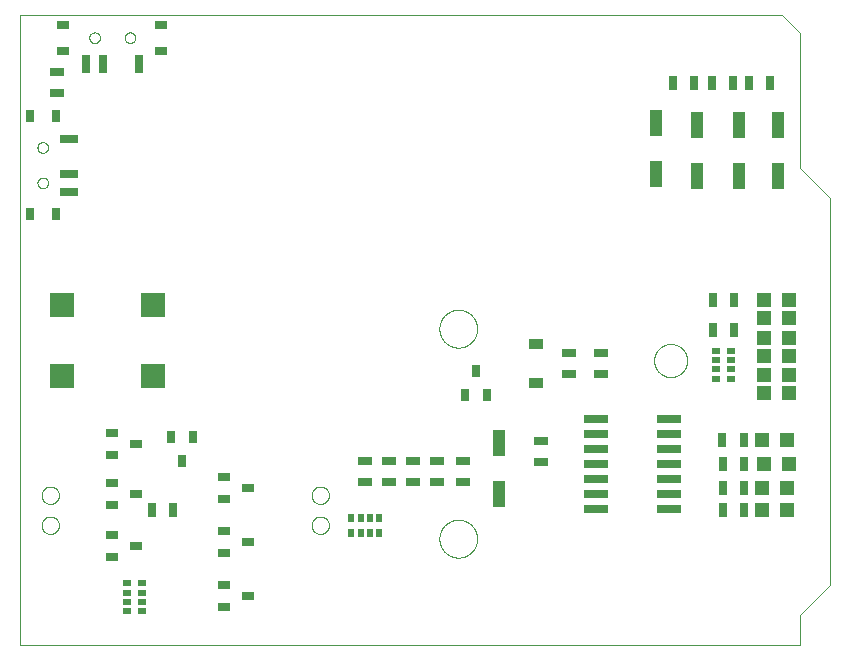
<source format=gtp>
G75*
%MOIN*%
%OFA0B0*%
%FSLAX25Y25*%
%IPPOS*%
%LPD*%
%AMOC8*
5,1,8,0,0,1.08239X$1,22.5*
%
%ADD10C,0.00004*%
%ADD11R,0.03150X0.04724*%
%ADD12R,0.04724X0.03150*%
%ADD13R,0.04200X0.08600*%
%ADD14R,0.04724X0.04724*%
%ADD15R,0.03150X0.03937*%
%ADD16R,0.05906X0.02756*%
%ADD17C,0.00000*%
%ADD18R,0.04803X0.03583*%
%ADD19R,0.02500X0.04000*%
%ADD20R,0.08000X0.02600*%
%ADD21R,0.04000X0.02500*%
%ADD22R,0.07874X0.07874*%
%ADD23R,0.02559X0.01969*%
%ADD24R,0.01969X0.02559*%
%ADD25R,0.03937X0.03150*%
%ADD26R,0.02756X0.05906*%
D10*
X0016500Y0005000D02*
X0276500Y0005000D01*
X0276500Y0015000D01*
X0286500Y0025000D01*
X0286500Y0154000D01*
X0276500Y0164000D01*
X0276500Y0209000D01*
X0270500Y0215000D01*
X0016500Y0215000D01*
X0016500Y0005000D01*
D11*
X0060457Y0050000D03*
X0067543Y0050000D03*
X0250557Y0073500D03*
X0257643Y0073500D03*
X0257743Y0065500D03*
X0250657Y0065500D03*
X0250657Y0057500D03*
X0257743Y0057500D03*
X0257843Y0050000D03*
X0250757Y0050000D03*
X0247457Y0110000D03*
X0254543Y0110000D03*
X0254543Y0120000D03*
X0247457Y0120000D03*
X0246957Y0192500D03*
X0241043Y0192500D03*
X0233957Y0192500D03*
X0254043Y0192500D03*
X0259457Y0192500D03*
X0266543Y0192500D03*
D12*
X0210000Y0102543D03*
X0210000Y0095457D03*
X0199500Y0095457D03*
X0199500Y0102543D03*
X0190000Y0073043D03*
X0190000Y0065957D03*
X0164000Y0066543D03*
X0155500Y0066543D03*
X0155500Y0059457D03*
X0164000Y0059457D03*
X0147500Y0059457D03*
X0147500Y0066543D03*
X0139500Y0066543D03*
X0131500Y0066543D03*
X0131500Y0059457D03*
X0139500Y0059457D03*
X0028593Y0188959D03*
X0028593Y0196046D03*
D13*
X0176000Y0072500D03*
X0176000Y0055500D03*
X0228500Y0162000D03*
X0242000Y0161500D03*
X0256000Y0161500D03*
X0269000Y0161500D03*
X0269000Y0178500D03*
X0256000Y0178500D03*
X0242000Y0178500D03*
X0228500Y0179000D03*
D14*
X0264366Y0120000D03*
X0264366Y0114000D03*
X0272634Y0114000D03*
X0272634Y0120000D03*
X0272634Y0107500D03*
X0264366Y0107500D03*
X0264366Y0101500D03*
X0272634Y0101500D03*
X0272634Y0095000D03*
X0264366Y0095000D03*
X0264366Y0089000D03*
X0272634Y0089000D03*
X0272134Y0073500D03*
X0263866Y0073500D03*
X0264366Y0065500D03*
X0272634Y0065500D03*
X0272134Y0057500D03*
X0263866Y0057500D03*
X0263866Y0050000D03*
X0272134Y0050000D03*
D15*
X0028331Y0148661D03*
X0019669Y0148661D03*
X0019669Y0181339D03*
X0028331Y0181339D03*
D16*
X0032858Y0173858D03*
X0032858Y0162047D03*
X0032858Y0156142D03*
D17*
X0022228Y0159094D02*
X0022230Y0159178D01*
X0022236Y0159261D01*
X0022246Y0159344D01*
X0022260Y0159427D01*
X0022277Y0159509D01*
X0022299Y0159590D01*
X0022324Y0159669D01*
X0022353Y0159748D01*
X0022386Y0159825D01*
X0022422Y0159900D01*
X0022462Y0159974D01*
X0022505Y0160046D01*
X0022552Y0160115D01*
X0022602Y0160182D01*
X0022655Y0160247D01*
X0022711Y0160309D01*
X0022769Y0160369D01*
X0022831Y0160426D01*
X0022895Y0160479D01*
X0022962Y0160530D01*
X0023031Y0160577D01*
X0023102Y0160622D01*
X0023175Y0160662D01*
X0023250Y0160699D01*
X0023327Y0160733D01*
X0023405Y0160763D01*
X0023484Y0160789D01*
X0023565Y0160812D01*
X0023647Y0160830D01*
X0023729Y0160845D01*
X0023812Y0160856D01*
X0023895Y0160863D01*
X0023979Y0160866D01*
X0024063Y0160865D01*
X0024146Y0160860D01*
X0024230Y0160851D01*
X0024312Y0160838D01*
X0024394Y0160822D01*
X0024475Y0160801D01*
X0024556Y0160777D01*
X0024634Y0160749D01*
X0024712Y0160717D01*
X0024788Y0160681D01*
X0024862Y0160642D01*
X0024934Y0160600D01*
X0025004Y0160554D01*
X0025072Y0160505D01*
X0025137Y0160453D01*
X0025200Y0160398D01*
X0025260Y0160340D01*
X0025318Y0160279D01*
X0025372Y0160215D01*
X0025424Y0160149D01*
X0025472Y0160081D01*
X0025517Y0160010D01*
X0025558Y0159937D01*
X0025597Y0159863D01*
X0025631Y0159787D01*
X0025662Y0159709D01*
X0025689Y0159630D01*
X0025713Y0159549D01*
X0025732Y0159468D01*
X0025748Y0159386D01*
X0025760Y0159303D01*
X0025768Y0159219D01*
X0025772Y0159136D01*
X0025772Y0159052D01*
X0025768Y0158969D01*
X0025760Y0158885D01*
X0025748Y0158802D01*
X0025732Y0158720D01*
X0025713Y0158639D01*
X0025689Y0158558D01*
X0025662Y0158479D01*
X0025631Y0158401D01*
X0025597Y0158325D01*
X0025558Y0158251D01*
X0025517Y0158178D01*
X0025472Y0158107D01*
X0025424Y0158039D01*
X0025372Y0157973D01*
X0025318Y0157909D01*
X0025260Y0157848D01*
X0025200Y0157790D01*
X0025137Y0157735D01*
X0025072Y0157683D01*
X0025004Y0157634D01*
X0024934Y0157588D01*
X0024862Y0157546D01*
X0024788Y0157507D01*
X0024712Y0157471D01*
X0024634Y0157439D01*
X0024556Y0157411D01*
X0024475Y0157387D01*
X0024394Y0157366D01*
X0024312Y0157350D01*
X0024230Y0157337D01*
X0024146Y0157328D01*
X0024063Y0157323D01*
X0023979Y0157322D01*
X0023895Y0157325D01*
X0023812Y0157332D01*
X0023729Y0157343D01*
X0023647Y0157358D01*
X0023565Y0157376D01*
X0023484Y0157399D01*
X0023405Y0157425D01*
X0023327Y0157455D01*
X0023250Y0157489D01*
X0023175Y0157526D01*
X0023102Y0157566D01*
X0023031Y0157611D01*
X0022962Y0157658D01*
X0022895Y0157709D01*
X0022831Y0157762D01*
X0022769Y0157819D01*
X0022711Y0157879D01*
X0022655Y0157941D01*
X0022602Y0158006D01*
X0022552Y0158073D01*
X0022505Y0158142D01*
X0022462Y0158214D01*
X0022422Y0158288D01*
X0022386Y0158363D01*
X0022353Y0158440D01*
X0022324Y0158519D01*
X0022299Y0158598D01*
X0022277Y0158679D01*
X0022260Y0158761D01*
X0022246Y0158844D01*
X0022236Y0158927D01*
X0022230Y0159010D01*
X0022228Y0159094D01*
X0022228Y0170906D02*
X0022230Y0170990D01*
X0022236Y0171073D01*
X0022246Y0171156D01*
X0022260Y0171239D01*
X0022277Y0171321D01*
X0022299Y0171402D01*
X0022324Y0171481D01*
X0022353Y0171560D01*
X0022386Y0171637D01*
X0022422Y0171712D01*
X0022462Y0171786D01*
X0022505Y0171858D01*
X0022552Y0171927D01*
X0022602Y0171994D01*
X0022655Y0172059D01*
X0022711Y0172121D01*
X0022769Y0172181D01*
X0022831Y0172238D01*
X0022895Y0172291D01*
X0022962Y0172342D01*
X0023031Y0172389D01*
X0023102Y0172434D01*
X0023175Y0172474D01*
X0023250Y0172511D01*
X0023327Y0172545D01*
X0023405Y0172575D01*
X0023484Y0172601D01*
X0023565Y0172624D01*
X0023647Y0172642D01*
X0023729Y0172657D01*
X0023812Y0172668D01*
X0023895Y0172675D01*
X0023979Y0172678D01*
X0024063Y0172677D01*
X0024146Y0172672D01*
X0024230Y0172663D01*
X0024312Y0172650D01*
X0024394Y0172634D01*
X0024475Y0172613D01*
X0024556Y0172589D01*
X0024634Y0172561D01*
X0024712Y0172529D01*
X0024788Y0172493D01*
X0024862Y0172454D01*
X0024934Y0172412D01*
X0025004Y0172366D01*
X0025072Y0172317D01*
X0025137Y0172265D01*
X0025200Y0172210D01*
X0025260Y0172152D01*
X0025318Y0172091D01*
X0025372Y0172027D01*
X0025424Y0171961D01*
X0025472Y0171893D01*
X0025517Y0171822D01*
X0025558Y0171749D01*
X0025597Y0171675D01*
X0025631Y0171599D01*
X0025662Y0171521D01*
X0025689Y0171442D01*
X0025713Y0171361D01*
X0025732Y0171280D01*
X0025748Y0171198D01*
X0025760Y0171115D01*
X0025768Y0171031D01*
X0025772Y0170948D01*
X0025772Y0170864D01*
X0025768Y0170781D01*
X0025760Y0170697D01*
X0025748Y0170614D01*
X0025732Y0170532D01*
X0025713Y0170451D01*
X0025689Y0170370D01*
X0025662Y0170291D01*
X0025631Y0170213D01*
X0025597Y0170137D01*
X0025558Y0170063D01*
X0025517Y0169990D01*
X0025472Y0169919D01*
X0025424Y0169851D01*
X0025372Y0169785D01*
X0025318Y0169721D01*
X0025260Y0169660D01*
X0025200Y0169602D01*
X0025137Y0169547D01*
X0025072Y0169495D01*
X0025004Y0169446D01*
X0024934Y0169400D01*
X0024862Y0169358D01*
X0024788Y0169319D01*
X0024712Y0169283D01*
X0024634Y0169251D01*
X0024556Y0169223D01*
X0024475Y0169199D01*
X0024394Y0169178D01*
X0024312Y0169162D01*
X0024230Y0169149D01*
X0024146Y0169140D01*
X0024063Y0169135D01*
X0023979Y0169134D01*
X0023895Y0169137D01*
X0023812Y0169144D01*
X0023729Y0169155D01*
X0023647Y0169170D01*
X0023565Y0169188D01*
X0023484Y0169211D01*
X0023405Y0169237D01*
X0023327Y0169267D01*
X0023250Y0169301D01*
X0023175Y0169338D01*
X0023102Y0169378D01*
X0023031Y0169423D01*
X0022962Y0169470D01*
X0022895Y0169521D01*
X0022831Y0169574D01*
X0022769Y0169631D01*
X0022711Y0169691D01*
X0022655Y0169753D01*
X0022602Y0169818D01*
X0022552Y0169885D01*
X0022505Y0169954D01*
X0022462Y0170026D01*
X0022422Y0170100D01*
X0022386Y0170175D01*
X0022353Y0170252D01*
X0022324Y0170331D01*
X0022299Y0170410D01*
X0022277Y0170491D01*
X0022260Y0170573D01*
X0022246Y0170656D01*
X0022236Y0170739D01*
X0022230Y0170822D01*
X0022228Y0170906D01*
X0039518Y0207500D02*
X0039520Y0207584D01*
X0039526Y0207667D01*
X0039536Y0207750D01*
X0039550Y0207833D01*
X0039567Y0207915D01*
X0039589Y0207996D01*
X0039614Y0208075D01*
X0039643Y0208154D01*
X0039676Y0208231D01*
X0039712Y0208306D01*
X0039752Y0208380D01*
X0039795Y0208452D01*
X0039842Y0208521D01*
X0039892Y0208588D01*
X0039945Y0208653D01*
X0040001Y0208715D01*
X0040059Y0208775D01*
X0040121Y0208832D01*
X0040185Y0208885D01*
X0040252Y0208936D01*
X0040321Y0208983D01*
X0040392Y0209028D01*
X0040465Y0209068D01*
X0040540Y0209105D01*
X0040617Y0209139D01*
X0040695Y0209169D01*
X0040774Y0209195D01*
X0040855Y0209218D01*
X0040937Y0209236D01*
X0041019Y0209251D01*
X0041102Y0209262D01*
X0041185Y0209269D01*
X0041269Y0209272D01*
X0041353Y0209271D01*
X0041436Y0209266D01*
X0041520Y0209257D01*
X0041602Y0209244D01*
X0041684Y0209228D01*
X0041765Y0209207D01*
X0041846Y0209183D01*
X0041924Y0209155D01*
X0042002Y0209123D01*
X0042078Y0209087D01*
X0042152Y0209048D01*
X0042224Y0209006D01*
X0042294Y0208960D01*
X0042362Y0208911D01*
X0042427Y0208859D01*
X0042490Y0208804D01*
X0042550Y0208746D01*
X0042608Y0208685D01*
X0042662Y0208621D01*
X0042714Y0208555D01*
X0042762Y0208487D01*
X0042807Y0208416D01*
X0042848Y0208343D01*
X0042887Y0208269D01*
X0042921Y0208193D01*
X0042952Y0208115D01*
X0042979Y0208036D01*
X0043003Y0207955D01*
X0043022Y0207874D01*
X0043038Y0207792D01*
X0043050Y0207709D01*
X0043058Y0207625D01*
X0043062Y0207542D01*
X0043062Y0207458D01*
X0043058Y0207375D01*
X0043050Y0207291D01*
X0043038Y0207208D01*
X0043022Y0207126D01*
X0043003Y0207045D01*
X0042979Y0206964D01*
X0042952Y0206885D01*
X0042921Y0206807D01*
X0042887Y0206731D01*
X0042848Y0206657D01*
X0042807Y0206584D01*
X0042762Y0206513D01*
X0042714Y0206445D01*
X0042662Y0206379D01*
X0042608Y0206315D01*
X0042550Y0206254D01*
X0042490Y0206196D01*
X0042427Y0206141D01*
X0042362Y0206089D01*
X0042294Y0206040D01*
X0042224Y0205994D01*
X0042152Y0205952D01*
X0042078Y0205913D01*
X0042002Y0205877D01*
X0041924Y0205845D01*
X0041846Y0205817D01*
X0041765Y0205793D01*
X0041684Y0205772D01*
X0041602Y0205756D01*
X0041520Y0205743D01*
X0041436Y0205734D01*
X0041353Y0205729D01*
X0041269Y0205728D01*
X0041185Y0205731D01*
X0041102Y0205738D01*
X0041019Y0205749D01*
X0040937Y0205764D01*
X0040855Y0205782D01*
X0040774Y0205805D01*
X0040695Y0205831D01*
X0040617Y0205861D01*
X0040540Y0205895D01*
X0040465Y0205932D01*
X0040392Y0205972D01*
X0040321Y0206017D01*
X0040252Y0206064D01*
X0040185Y0206115D01*
X0040121Y0206168D01*
X0040059Y0206225D01*
X0040001Y0206285D01*
X0039945Y0206347D01*
X0039892Y0206412D01*
X0039842Y0206479D01*
X0039795Y0206548D01*
X0039752Y0206620D01*
X0039712Y0206694D01*
X0039676Y0206769D01*
X0039643Y0206846D01*
X0039614Y0206925D01*
X0039589Y0207004D01*
X0039567Y0207085D01*
X0039550Y0207167D01*
X0039536Y0207250D01*
X0039526Y0207333D01*
X0039520Y0207416D01*
X0039518Y0207500D01*
X0051329Y0207500D02*
X0051331Y0207584D01*
X0051337Y0207667D01*
X0051347Y0207750D01*
X0051361Y0207833D01*
X0051378Y0207915D01*
X0051400Y0207996D01*
X0051425Y0208075D01*
X0051454Y0208154D01*
X0051487Y0208231D01*
X0051523Y0208306D01*
X0051563Y0208380D01*
X0051606Y0208452D01*
X0051653Y0208521D01*
X0051703Y0208588D01*
X0051756Y0208653D01*
X0051812Y0208715D01*
X0051870Y0208775D01*
X0051932Y0208832D01*
X0051996Y0208885D01*
X0052063Y0208936D01*
X0052132Y0208983D01*
X0052203Y0209028D01*
X0052276Y0209068D01*
X0052351Y0209105D01*
X0052428Y0209139D01*
X0052506Y0209169D01*
X0052585Y0209195D01*
X0052666Y0209218D01*
X0052748Y0209236D01*
X0052830Y0209251D01*
X0052913Y0209262D01*
X0052996Y0209269D01*
X0053080Y0209272D01*
X0053164Y0209271D01*
X0053247Y0209266D01*
X0053331Y0209257D01*
X0053413Y0209244D01*
X0053495Y0209228D01*
X0053576Y0209207D01*
X0053657Y0209183D01*
X0053735Y0209155D01*
X0053813Y0209123D01*
X0053889Y0209087D01*
X0053963Y0209048D01*
X0054035Y0209006D01*
X0054105Y0208960D01*
X0054173Y0208911D01*
X0054238Y0208859D01*
X0054301Y0208804D01*
X0054361Y0208746D01*
X0054419Y0208685D01*
X0054473Y0208621D01*
X0054525Y0208555D01*
X0054573Y0208487D01*
X0054618Y0208416D01*
X0054659Y0208343D01*
X0054698Y0208269D01*
X0054732Y0208193D01*
X0054763Y0208115D01*
X0054790Y0208036D01*
X0054814Y0207955D01*
X0054833Y0207874D01*
X0054849Y0207792D01*
X0054861Y0207709D01*
X0054869Y0207625D01*
X0054873Y0207542D01*
X0054873Y0207458D01*
X0054869Y0207375D01*
X0054861Y0207291D01*
X0054849Y0207208D01*
X0054833Y0207126D01*
X0054814Y0207045D01*
X0054790Y0206964D01*
X0054763Y0206885D01*
X0054732Y0206807D01*
X0054698Y0206731D01*
X0054659Y0206657D01*
X0054618Y0206584D01*
X0054573Y0206513D01*
X0054525Y0206445D01*
X0054473Y0206379D01*
X0054419Y0206315D01*
X0054361Y0206254D01*
X0054301Y0206196D01*
X0054238Y0206141D01*
X0054173Y0206089D01*
X0054105Y0206040D01*
X0054035Y0205994D01*
X0053963Y0205952D01*
X0053889Y0205913D01*
X0053813Y0205877D01*
X0053735Y0205845D01*
X0053657Y0205817D01*
X0053576Y0205793D01*
X0053495Y0205772D01*
X0053413Y0205756D01*
X0053331Y0205743D01*
X0053247Y0205734D01*
X0053164Y0205729D01*
X0053080Y0205728D01*
X0052996Y0205731D01*
X0052913Y0205738D01*
X0052830Y0205749D01*
X0052748Y0205764D01*
X0052666Y0205782D01*
X0052585Y0205805D01*
X0052506Y0205831D01*
X0052428Y0205861D01*
X0052351Y0205895D01*
X0052276Y0205932D01*
X0052203Y0205972D01*
X0052132Y0206017D01*
X0052063Y0206064D01*
X0051996Y0206115D01*
X0051932Y0206168D01*
X0051870Y0206225D01*
X0051812Y0206285D01*
X0051756Y0206347D01*
X0051703Y0206412D01*
X0051653Y0206479D01*
X0051606Y0206548D01*
X0051563Y0206620D01*
X0051523Y0206694D01*
X0051487Y0206769D01*
X0051454Y0206846D01*
X0051425Y0206925D01*
X0051400Y0207004D01*
X0051378Y0207085D01*
X0051361Y0207167D01*
X0051347Y0207250D01*
X0051337Y0207333D01*
X0051331Y0207416D01*
X0051329Y0207500D01*
X0156201Y0110500D02*
X0156203Y0110658D01*
X0156209Y0110816D01*
X0156219Y0110974D01*
X0156233Y0111132D01*
X0156251Y0111289D01*
X0156272Y0111446D01*
X0156298Y0111602D01*
X0156328Y0111758D01*
X0156361Y0111913D01*
X0156399Y0112066D01*
X0156440Y0112219D01*
X0156485Y0112371D01*
X0156534Y0112522D01*
X0156587Y0112671D01*
X0156643Y0112819D01*
X0156703Y0112965D01*
X0156767Y0113110D01*
X0156835Y0113253D01*
X0156906Y0113395D01*
X0156980Y0113535D01*
X0157058Y0113672D01*
X0157140Y0113808D01*
X0157224Y0113942D01*
X0157313Y0114073D01*
X0157404Y0114202D01*
X0157499Y0114329D01*
X0157596Y0114454D01*
X0157697Y0114576D01*
X0157801Y0114695D01*
X0157908Y0114812D01*
X0158018Y0114926D01*
X0158131Y0115037D01*
X0158246Y0115146D01*
X0158364Y0115251D01*
X0158485Y0115353D01*
X0158608Y0115453D01*
X0158734Y0115549D01*
X0158862Y0115642D01*
X0158992Y0115732D01*
X0159125Y0115818D01*
X0159260Y0115902D01*
X0159396Y0115981D01*
X0159535Y0116058D01*
X0159676Y0116130D01*
X0159818Y0116200D01*
X0159962Y0116265D01*
X0160108Y0116327D01*
X0160255Y0116385D01*
X0160404Y0116440D01*
X0160554Y0116491D01*
X0160705Y0116538D01*
X0160857Y0116581D01*
X0161010Y0116620D01*
X0161165Y0116656D01*
X0161320Y0116687D01*
X0161476Y0116715D01*
X0161632Y0116739D01*
X0161789Y0116759D01*
X0161947Y0116775D01*
X0162104Y0116787D01*
X0162263Y0116795D01*
X0162421Y0116799D01*
X0162579Y0116799D01*
X0162737Y0116795D01*
X0162896Y0116787D01*
X0163053Y0116775D01*
X0163211Y0116759D01*
X0163368Y0116739D01*
X0163524Y0116715D01*
X0163680Y0116687D01*
X0163835Y0116656D01*
X0163990Y0116620D01*
X0164143Y0116581D01*
X0164295Y0116538D01*
X0164446Y0116491D01*
X0164596Y0116440D01*
X0164745Y0116385D01*
X0164892Y0116327D01*
X0165038Y0116265D01*
X0165182Y0116200D01*
X0165324Y0116130D01*
X0165465Y0116058D01*
X0165604Y0115981D01*
X0165740Y0115902D01*
X0165875Y0115818D01*
X0166008Y0115732D01*
X0166138Y0115642D01*
X0166266Y0115549D01*
X0166392Y0115453D01*
X0166515Y0115353D01*
X0166636Y0115251D01*
X0166754Y0115146D01*
X0166869Y0115037D01*
X0166982Y0114926D01*
X0167092Y0114812D01*
X0167199Y0114695D01*
X0167303Y0114576D01*
X0167404Y0114454D01*
X0167501Y0114329D01*
X0167596Y0114202D01*
X0167687Y0114073D01*
X0167776Y0113942D01*
X0167860Y0113808D01*
X0167942Y0113672D01*
X0168020Y0113535D01*
X0168094Y0113395D01*
X0168165Y0113253D01*
X0168233Y0113110D01*
X0168297Y0112965D01*
X0168357Y0112819D01*
X0168413Y0112671D01*
X0168466Y0112522D01*
X0168515Y0112371D01*
X0168560Y0112219D01*
X0168601Y0112066D01*
X0168639Y0111913D01*
X0168672Y0111758D01*
X0168702Y0111602D01*
X0168728Y0111446D01*
X0168749Y0111289D01*
X0168767Y0111132D01*
X0168781Y0110974D01*
X0168791Y0110816D01*
X0168797Y0110658D01*
X0168799Y0110500D01*
X0168797Y0110342D01*
X0168791Y0110184D01*
X0168781Y0110026D01*
X0168767Y0109868D01*
X0168749Y0109711D01*
X0168728Y0109554D01*
X0168702Y0109398D01*
X0168672Y0109242D01*
X0168639Y0109087D01*
X0168601Y0108934D01*
X0168560Y0108781D01*
X0168515Y0108629D01*
X0168466Y0108478D01*
X0168413Y0108329D01*
X0168357Y0108181D01*
X0168297Y0108035D01*
X0168233Y0107890D01*
X0168165Y0107747D01*
X0168094Y0107605D01*
X0168020Y0107465D01*
X0167942Y0107328D01*
X0167860Y0107192D01*
X0167776Y0107058D01*
X0167687Y0106927D01*
X0167596Y0106798D01*
X0167501Y0106671D01*
X0167404Y0106546D01*
X0167303Y0106424D01*
X0167199Y0106305D01*
X0167092Y0106188D01*
X0166982Y0106074D01*
X0166869Y0105963D01*
X0166754Y0105854D01*
X0166636Y0105749D01*
X0166515Y0105647D01*
X0166392Y0105547D01*
X0166266Y0105451D01*
X0166138Y0105358D01*
X0166008Y0105268D01*
X0165875Y0105182D01*
X0165740Y0105098D01*
X0165604Y0105019D01*
X0165465Y0104942D01*
X0165324Y0104870D01*
X0165182Y0104800D01*
X0165038Y0104735D01*
X0164892Y0104673D01*
X0164745Y0104615D01*
X0164596Y0104560D01*
X0164446Y0104509D01*
X0164295Y0104462D01*
X0164143Y0104419D01*
X0163990Y0104380D01*
X0163835Y0104344D01*
X0163680Y0104313D01*
X0163524Y0104285D01*
X0163368Y0104261D01*
X0163211Y0104241D01*
X0163053Y0104225D01*
X0162896Y0104213D01*
X0162737Y0104205D01*
X0162579Y0104201D01*
X0162421Y0104201D01*
X0162263Y0104205D01*
X0162104Y0104213D01*
X0161947Y0104225D01*
X0161789Y0104241D01*
X0161632Y0104261D01*
X0161476Y0104285D01*
X0161320Y0104313D01*
X0161165Y0104344D01*
X0161010Y0104380D01*
X0160857Y0104419D01*
X0160705Y0104462D01*
X0160554Y0104509D01*
X0160404Y0104560D01*
X0160255Y0104615D01*
X0160108Y0104673D01*
X0159962Y0104735D01*
X0159818Y0104800D01*
X0159676Y0104870D01*
X0159535Y0104942D01*
X0159396Y0105019D01*
X0159260Y0105098D01*
X0159125Y0105182D01*
X0158992Y0105268D01*
X0158862Y0105358D01*
X0158734Y0105451D01*
X0158608Y0105547D01*
X0158485Y0105647D01*
X0158364Y0105749D01*
X0158246Y0105854D01*
X0158131Y0105963D01*
X0158018Y0106074D01*
X0157908Y0106188D01*
X0157801Y0106305D01*
X0157697Y0106424D01*
X0157596Y0106546D01*
X0157499Y0106671D01*
X0157404Y0106798D01*
X0157313Y0106927D01*
X0157224Y0107058D01*
X0157140Y0107192D01*
X0157058Y0107328D01*
X0156980Y0107465D01*
X0156906Y0107605D01*
X0156835Y0107747D01*
X0156767Y0107890D01*
X0156703Y0108035D01*
X0156643Y0108181D01*
X0156587Y0108329D01*
X0156534Y0108478D01*
X0156485Y0108629D01*
X0156440Y0108781D01*
X0156399Y0108934D01*
X0156361Y0109087D01*
X0156328Y0109242D01*
X0156298Y0109398D01*
X0156272Y0109554D01*
X0156251Y0109711D01*
X0156233Y0109868D01*
X0156219Y0110026D01*
X0156209Y0110184D01*
X0156203Y0110342D01*
X0156201Y0110500D01*
X0227788Y0099900D02*
X0227790Y0100048D01*
X0227796Y0100196D01*
X0227806Y0100344D01*
X0227820Y0100491D01*
X0227838Y0100638D01*
X0227859Y0100784D01*
X0227885Y0100930D01*
X0227915Y0101075D01*
X0227948Y0101219D01*
X0227986Y0101362D01*
X0228027Y0101504D01*
X0228072Y0101645D01*
X0228120Y0101785D01*
X0228173Y0101924D01*
X0228229Y0102061D01*
X0228289Y0102196D01*
X0228352Y0102330D01*
X0228419Y0102462D01*
X0228490Y0102592D01*
X0228564Y0102720D01*
X0228641Y0102846D01*
X0228722Y0102970D01*
X0228806Y0103092D01*
X0228893Y0103211D01*
X0228984Y0103328D01*
X0229078Y0103443D01*
X0229174Y0103555D01*
X0229274Y0103665D01*
X0229376Y0103771D01*
X0229482Y0103875D01*
X0229590Y0103976D01*
X0229701Y0104074D01*
X0229814Y0104170D01*
X0229930Y0104262D01*
X0230048Y0104351D01*
X0230169Y0104436D01*
X0230292Y0104519D01*
X0230417Y0104598D01*
X0230544Y0104674D01*
X0230673Y0104746D01*
X0230804Y0104815D01*
X0230937Y0104880D01*
X0231072Y0104941D01*
X0231208Y0104999D01*
X0231345Y0105054D01*
X0231484Y0105104D01*
X0231625Y0105151D01*
X0231766Y0105194D01*
X0231909Y0105234D01*
X0232053Y0105269D01*
X0232197Y0105301D01*
X0232343Y0105328D01*
X0232489Y0105352D01*
X0232636Y0105372D01*
X0232783Y0105388D01*
X0232930Y0105400D01*
X0233078Y0105408D01*
X0233226Y0105412D01*
X0233374Y0105412D01*
X0233522Y0105408D01*
X0233670Y0105400D01*
X0233817Y0105388D01*
X0233964Y0105372D01*
X0234111Y0105352D01*
X0234257Y0105328D01*
X0234403Y0105301D01*
X0234547Y0105269D01*
X0234691Y0105234D01*
X0234834Y0105194D01*
X0234975Y0105151D01*
X0235116Y0105104D01*
X0235255Y0105054D01*
X0235392Y0104999D01*
X0235528Y0104941D01*
X0235663Y0104880D01*
X0235796Y0104815D01*
X0235927Y0104746D01*
X0236056Y0104674D01*
X0236183Y0104598D01*
X0236308Y0104519D01*
X0236431Y0104436D01*
X0236552Y0104351D01*
X0236670Y0104262D01*
X0236786Y0104170D01*
X0236899Y0104074D01*
X0237010Y0103976D01*
X0237118Y0103875D01*
X0237224Y0103771D01*
X0237326Y0103665D01*
X0237426Y0103555D01*
X0237522Y0103443D01*
X0237616Y0103328D01*
X0237707Y0103211D01*
X0237794Y0103092D01*
X0237878Y0102970D01*
X0237959Y0102846D01*
X0238036Y0102720D01*
X0238110Y0102592D01*
X0238181Y0102462D01*
X0238248Y0102330D01*
X0238311Y0102196D01*
X0238371Y0102061D01*
X0238427Y0101924D01*
X0238480Y0101785D01*
X0238528Y0101645D01*
X0238573Y0101504D01*
X0238614Y0101362D01*
X0238652Y0101219D01*
X0238685Y0101075D01*
X0238715Y0100930D01*
X0238741Y0100784D01*
X0238762Y0100638D01*
X0238780Y0100491D01*
X0238794Y0100344D01*
X0238804Y0100196D01*
X0238810Y0100048D01*
X0238812Y0099900D01*
X0238810Y0099752D01*
X0238804Y0099604D01*
X0238794Y0099456D01*
X0238780Y0099309D01*
X0238762Y0099162D01*
X0238741Y0099016D01*
X0238715Y0098870D01*
X0238685Y0098725D01*
X0238652Y0098581D01*
X0238614Y0098438D01*
X0238573Y0098296D01*
X0238528Y0098155D01*
X0238480Y0098015D01*
X0238427Y0097876D01*
X0238371Y0097739D01*
X0238311Y0097604D01*
X0238248Y0097470D01*
X0238181Y0097338D01*
X0238110Y0097208D01*
X0238036Y0097080D01*
X0237959Y0096954D01*
X0237878Y0096830D01*
X0237794Y0096708D01*
X0237707Y0096589D01*
X0237616Y0096472D01*
X0237522Y0096357D01*
X0237426Y0096245D01*
X0237326Y0096135D01*
X0237224Y0096029D01*
X0237118Y0095925D01*
X0237010Y0095824D01*
X0236899Y0095726D01*
X0236786Y0095630D01*
X0236670Y0095538D01*
X0236552Y0095449D01*
X0236431Y0095364D01*
X0236308Y0095281D01*
X0236183Y0095202D01*
X0236056Y0095126D01*
X0235927Y0095054D01*
X0235796Y0094985D01*
X0235663Y0094920D01*
X0235528Y0094859D01*
X0235392Y0094801D01*
X0235255Y0094746D01*
X0235116Y0094696D01*
X0234975Y0094649D01*
X0234834Y0094606D01*
X0234691Y0094566D01*
X0234547Y0094531D01*
X0234403Y0094499D01*
X0234257Y0094472D01*
X0234111Y0094448D01*
X0233964Y0094428D01*
X0233817Y0094412D01*
X0233670Y0094400D01*
X0233522Y0094392D01*
X0233374Y0094388D01*
X0233226Y0094388D01*
X0233078Y0094392D01*
X0232930Y0094400D01*
X0232783Y0094412D01*
X0232636Y0094428D01*
X0232489Y0094448D01*
X0232343Y0094472D01*
X0232197Y0094499D01*
X0232053Y0094531D01*
X0231909Y0094566D01*
X0231766Y0094606D01*
X0231625Y0094649D01*
X0231484Y0094696D01*
X0231345Y0094746D01*
X0231208Y0094801D01*
X0231072Y0094859D01*
X0230937Y0094920D01*
X0230804Y0094985D01*
X0230673Y0095054D01*
X0230544Y0095126D01*
X0230417Y0095202D01*
X0230292Y0095281D01*
X0230169Y0095364D01*
X0230048Y0095449D01*
X0229930Y0095538D01*
X0229814Y0095630D01*
X0229701Y0095726D01*
X0229590Y0095824D01*
X0229482Y0095925D01*
X0229376Y0096029D01*
X0229274Y0096135D01*
X0229174Y0096245D01*
X0229078Y0096357D01*
X0228984Y0096472D01*
X0228893Y0096589D01*
X0228806Y0096708D01*
X0228722Y0096830D01*
X0228641Y0096954D01*
X0228564Y0097080D01*
X0228490Y0097208D01*
X0228419Y0097338D01*
X0228352Y0097470D01*
X0228289Y0097604D01*
X0228229Y0097739D01*
X0228173Y0097876D01*
X0228120Y0098015D01*
X0228072Y0098155D01*
X0228027Y0098296D01*
X0227986Y0098438D01*
X0227948Y0098581D01*
X0227915Y0098725D01*
X0227885Y0098870D01*
X0227859Y0099016D01*
X0227838Y0099162D01*
X0227820Y0099309D01*
X0227806Y0099456D01*
X0227796Y0099604D01*
X0227790Y0099752D01*
X0227788Y0099900D01*
X0156201Y0040500D02*
X0156203Y0040658D01*
X0156209Y0040816D01*
X0156219Y0040974D01*
X0156233Y0041132D01*
X0156251Y0041289D01*
X0156272Y0041446D01*
X0156298Y0041602D01*
X0156328Y0041758D01*
X0156361Y0041913D01*
X0156399Y0042066D01*
X0156440Y0042219D01*
X0156485Y0042371D01*
X0156534Y0042522D01*
X0156587Y0042671D01*
X0156643Y0042819D01*
X0156703Y0042965D01*
X0156767Y0043110D01*
X0156835Y0043253D01*
X0156906Y0043395D01*
X0156980Y0043535D01*
X0157058Y0043672D01*
X0157140Y0043808D01*
X0157224Y0043942D01*
X0157313Y0044073D01*
X0157404Y0044202D01*
X0157499Y0044329D01*
X0157596Y0044454D01*
X0157697Y0044576D01*
X0157801Y0044695D01*
X0157908Y0044812D01*
X0158018Y0044926D01*
X0158131Y0045037D01*
X0158246Y0045146D01*
X0158364Y0045251D01*
X0158485Y0045353D01*
X0158608Y0045453D01*
X0158734Y0045549D01*
X0158862Y0045642D01*
X0158992Y0045732D01*
X0159125Y0045818D01*
X0159260Y0045902D01*
X0159396Y0045981D01*
X0159535Y0046058D01*
X0159676Y0046130D01*
X0159818Y0046200D01*
X0159962Y0046265D01*
X0160108Y0046327D01*
X0160255Y0046385D01*
X0160404Y0046440D01*
X0160554Y0046491D01*
X0160705Y0046538D01*
X0160857Y0046581D01*
X0161010Y0046620D01*
X0161165Y0046656D01*
X0161320Y0046687D01*
X0161476Y0046715D01*
X0161632Y0046739D01*
X0161789Y0046759D01*
X0161947Y0046775D01*
X0162104Y0046787D01*
X0162263Y0046795D01*
X0162421Y0046799D01*
X0162579Y0046799D01*
X0162737Y0046795D01*
X0162896Y0046787D01*
X0163053Y0046775D01*
X0163211Y0046759D01*
X0163368Y0046739D01*
X0163524Y0046715D01*
X0163680Y0046687D01*
X0163835Y0046656D01*
X0163990Y0046620D01*
X0164143Y0046581D01*
X0164295Y0046538D01*
X0164446Y0046491D01*
X0164596Y0046440D01*
X0164745Y0046385D01*
X0164892Y0046327D01*
X0165038Y0046265D01*
X0165182Y0046200D01*
X0165324Y0046130D01*
X0165465Y0046058D01*
X0165604Y0045981D01*
X0165740Y0045902D01*
X0165875Y0045818D01*
X0166008Y0045732D01*
X0166138Y0045642D01*
X0166266Y0045549D01*
X0166392Y0045453D01*
X0166515Y0045353D01*
X0166636Y0045251D01*
X0166754Y0045146D01*
X0166869Y0045037D01*
X0166982Y0044926D01*
X0167092Y0044812D01*
X0167199Y0044695D01*
X0167303Y0044576D01*
X0167404Y0044454D01*
X0167501Y0044329D01*
X0167596Y0044202D01*
X0167687Y0044073D01*
X0167776Y0043942D01*
X0167860Y0043808D01*
X0167942Y0043672D01*
X0168020Y0043535D01*
X0168094Y0043395D01*
X0168165Y0043253D01*
X0168233Y0043110D01*
X0168297Y0042965D01*
X0168357Y0042819D01*
X0168413Y0042671D01*
X0168466Y0042522D01*
X0168515Y0042371D01*
X0168560Y0042219D01*
X0168601Y0042066D01*
X0168639Y0041913D01*
X0168672Y0041758D01*
X0168702Y0041602D01*
X0168728Y0041446D01*
X0168749Y0041289D01*
X0168767Y0041132D01*
X0168781Y0040974D01*
X0168791Y0040816D01*
X0168797Y0040658D01*
X0168799Y0040500D01*
X0168797Y0040342D01*
X0168791Y0040184D01*
X0168781Y0040026D01*
X0168767Y0039868D01*
X0168749Y0039711D01*
X0168728Y0039554D01*
X0168702Y0039398D01*
X0168672Y0039242D01*
X0168639Y0039087D01*
X0168601Y0038934D01*
X0168560Y0038781D01*
X0168515Y0038629D01*
X0168466Y0038478D01*
X0168413Y0038329D01*
X0168357Y0038181D01*
X0168297Y0038035D01*
X0168233Y0037890D01*
X0168165Y0037747D01*
X0168094Y0037605D01*
X0168020Y0037465D01*
X0167942Y0037328D01*
X0167860Y0037192D01*
X0167776Y0037058D01*
X0167687Y0036927D01*
X0167596Y0036798D01*
X0167501Y0036671D01*
X0167404Y0036546D01*
X0167303Y0036424D01*
X0167199Y0036305D01*
X0167092Y0036188D01*
X0166982Y0036074D01*
X0166869Y0035963D01*
X0166754Y0035854D01*
X0166636Y0035749D01*
X0166515Y0035647D01*
X0166392Y0035547D01*
X0166266Y0035451D01*
X0166138Y0035358D01*
X0166008Y0035268D01*
X0165875Y0035182D01*
X0165740Y0035098D01*
X0165604Y0035019D01*
X0165465Y0034942D01*
X0165324Y0034870D01*
X0165182Y0034800D01*
X0165038Y0034735D01*
X0164892Y0034673D01*
X0164745Y0034615D01*
X0164596Y0034560D01*
X0164446Y0034509D01*
X0164295Y0034462D01*
X0164143Y0034419D01*
X0163990Y0034380D01*
X0163835Y0034344D01*
X0163680Y0034313D01*
X0163524Y0034285D01*
X0163368Y0034261D01*
X0163211Y0034241D01*
X0163053Y0034225D01*
X0162896Y0034213D01*
X0162737Y0034205D01*
X0162579Y0034201D01*
X0162421Y0034201D01*
X0162263Y0034205D01*
X0162104Y0034213D01*
X0161947Y0034225D01*
X0161789Y0034241D01*
X0161632Y0034261D01*
X0161476Y0034285D01*
X0161320Y0034313D01*
X0161165Y0034344D01*
X0161010Y0034380D01*
X0160857Y0034419D01*
X0160705Y0034462D01*
X0160554Y0034509D01*
X0160404Y0034560D01*
X0160255Y0034615D01*
X0160108Y0034673D01*
X0159962Y0034735D01*
X0159818Y0034800D01*
X0159676Y0034870D01*
X0159535Y0034942D01*
X0159396Y0035019D01*
X0159260Y0035098D01*
X0159125Y0035182D01*
X0158992Y0035268D01*
X0158862Y0035358D01*
X0158734Y0035451D01*
X0158608Y0035547D01*
X0158485Y0035647D01*
X0158364Y0035749D01*
X0158246Y0035854D01*
X0158131Y0035963D01*
X0158018Y0036074D01*
X0157908Y0036188D01*
X0157801Y0036305D01*
X0157697Y0036424D01*
X0157596Y0036546D01*
X0157499Y0036671D01*
X0157404Y0036798D01*
X0157313Y0036927D01*
X0157224Y0037058D01*
X0157140Y0037192D01*
X0157058Y0037328D01*
X0156980Y0037465D01*
X0156906Y0037605D01*
X0156835Y0037747D01*
X0156767Y0037890D01*
X0156703Y0038035D01*
X0156643Y0038181D01*
X0156587Y0038329D01*
X0156534Y0038478D01*
X0156485Y0038629D01*
X0156440Y0038781D01*
X0156399Y0038934D01*
X0156361Y0039087D01*
X0156328Y0039242D01*
X0156298Y0039398D01*
X0156272Y0039554D01*
X0156251Y0039711D01*
X0156233Y0039868D01*
X0156219Y0040026D01*
X0156209Y0040184D01*
X0156203Y0040342D01*
X0156201Y0040500D01*
X0113600Y0045000D02*
X0113602Y0045107D01*
X0113608Y0045214D01*
X0113618Y0045321D01*
X0113632Y0045427D01*
X0113649Y0045533D01*
X0113671Y0045638D01*
X0113697Y0045742D01*
X0113726Y0045845D01*
X0113759Y0045947D01*
X0113796Y0046048D01*
X0113836Y0046147D01*
X0113881Y0046244D01*
X0113928Y0046340D01*
X0113980Y0046435D01*
X0114034Y0046527D01*
X0114092Y0046617D01*
X0114154Y0046705D01*
X0114218Y0046790D01*
X0114286Y0046873D01*
X0114357Y0046954D01*
X0114431Y0047032D01*
X0114507Y0047107D01*
X0114586Y0047179D01*
X0114668Y0047248D01*
X0114752Y0047314D01*
X0114839Y0047377D01*
X0114928Y0047437D01*
X0115019Y0047493D01*
X0115112Y0047546D01*
X0115207Y0047596D01*
X0115304Y0047642D01*
X0115403Y0047684D01*
X0115503Y0047723D01*
X0115604Y0047758D01*
X0115706Y0047789D01*
X0115810Y0047817D01*
X0115915Y0047840D01*
X0116020Y0047860D01*
X0116126Y0047876D01*
X0116232Y0047888D01*
X0116339Y0047896D01*
X0116446Y0047900D01*
X0116554Y0047900D01*
X0116661Y0047896D01*
X0116768Y0047888D01*
X0116874Y0047876D01*
X0116980Y0047860D01*
X0117085Y0047840D01*
X0117190Y0047817D01*
X0117294Y0047789D01*
X0117396Y0047758D01*
X0117497Y0047723D01*
X0117597Y0047684D01*
X0117696Y0047642D01*
X0117793Y0047596D01*
X0117888Y0047546D01*
X0117981Y0047493D01*
X0118072Y0047437D01*
X0118161Y0047377D01*
X0118248Y0047314D01*
X0118332Y0047248D01*
X0118414Y0047179D01*
X0118493Y0047107D01*
X0118569Y0047032D01*
X0118643Y0046954D01*
X0118714Y0046873D01*
X0118782Y0046790D01*
X0118846Y0046705D01*
X0118908Y0046617D01*
X0118966Y0046527D01*
X0119020Y0046435D01*
X0119072Y0046340D01*
X0119119Y0046244D01*
X0119164Y0046147D01*
X0119204Y0046048D01*
X0119241Y0045947D01*
X0119274Y0045845D01*
X0119303Y0045742D01*
X0119329Y0045638D01*
X0119351Y0045533D01*
X0119368Y0045427D01*
X0119382Y0045321D01*
X0119392Y0045214D01*
X0119398Y0045107D01*
X0119400Y0045000D01*
X0119398Y0044893D01*
X0119392Y0044786D01*
X0119382Y0044679D01*
X0119368Y0044573D01*
X0119351Y0044467D01*
X0119329Y0044362D01*
X0119303Y0044258D01*
X0119274Y0044155D01*
X0119241Y0044053D01*
X0119204Y0043952D01*
X0119164Y0043853D01*
X0119119Y0043756D01*
X0119072Y0043660D01*
X0119020Y0043565D01*
X0118966Y0043473D01*
X0118908Y0043383D01*
X0118846Y0043295D01*
X0118782Y0043210D01*
X0118714Y0043127D01*
X0118643Y0043046D01*
X0118569Y0042968D01*
X0118493Y0042893D01*
X0118414Y0042821D01*
X0118332Y0042752D01*
X0118248Y0042686D01*
X0118161Y0042623D01*
X0118072Y0042563D01*
X0117981Y0042507D01*
X0117888Y0042454D01*
X0117793Y0042404D01*
X0117696Y0042358D01*
X0117597Y0042316D01*
X0117497Y0042277D01*
X0117396Y0042242D01*
X0117294Y0042211D01*
X0117190Y0042183D01*
X0117085Y0042160D01*
X0116980Y0042140D01*
X0116874Y0042124D01*
X0116768Y0042112D01*
X0116661Y0042104D01*
X0116554Y0042100D01*
X0116446Y0042100D01*
X0116339Y0042104D01*
X0116232Y0042112D01*
X0116126Y0042124D01*
X0116020Y0042140D01*
X0115915Y0042160D01*
X0115810Y0042183D01*
X0115706Y0042211D01*
X0115604Y0042242D01*
X0115503Y0042277D01*
X0115403Y0042316D01*
X0115304Y0042358D01*
X0115207Y0042404D01*
X0115112Y0042454D01*
X0115019Y0042507D01*
X0114928Y0042563D01*
X0114839Y0042623D01*
X0114752Y0042686D01*
X0114668Y0042752D01*
X0114586Y0042821D01*
X0114507Y0042893D01*
X0114431Y0042968D01*
X0114357Y0043046D01*
X0114286Y0043127D01*
X0114218Y0043210D01*
X0114154Y0043295D01*
X0114092Y0043383D01*
X0114034Y0043473D01*
X0113980Y0043565D01*
X0113928Y0043660D01*
X0113881Y0043756D01*
X0113836Y0043853D01*
X0113796Y0043952D01*
X0113759Y0044053D01*
X0113726Y0044155D01*
X0113697Y0044258D01*
X0113671Y0044362D01*
X0113649Y0044467D01*
X0113632Y0044573D01*
X0113618Y0044679D01*
X0113608Y0044786D01*
X0113602Y0044893D01*
X0113600Y0045000D01*
X0113600Y0055000D02*
X0113602Y0055107D01*
X0113608Y0055214D01*
X0113618Y0055321D01*
X0113632Y0055427D01*
X0113649Y0055533D01*
X0113671Y0055638D01*
X0113697Y0055742D01*
X0113726Y0055845D01*
X0113759Y0055947D01*
X0113796Y0056048D01*
X0113836Y0056147D01*
X0113881Y0056244D01*
X0113928Y0056340D01*
X0113980Y0056435D01*
X0114034Y0056527D01*
X0114092Y0056617D01*
X0114154Y0056705D01*
X0114218Y0056790D01*
X0114286Y0056873D01*
X0114357Y0056954D01*
X0114431Y0057032D01*
X0114507Y0057107D01*
X0114586Y0057179D01*
X0114668Y0057248D01*
X0114752Y0057314D01*
X0114839Y0057377D01*
X0114928Y0057437D01*
X0115019Y0057493D01*
X0115112Y0057546D01*
X0115207Y0057596D01*
X0115304Y0057642D01*
X0115403Y0057684D01*
X0115503Y0057723D01*
X0115604Y0057758D01*
X0115706Y0057789D01*
X0115810Y0057817D01*
X0115915Y0057840D01*
X0116020Y0057860D01*
X0116126Y0057876D01*
X0116232Y0057888D01*
X0116339Y0057896D01*
X0116446Y0057900D01*
X0116554Y0057900D01*
X0116661Y0057896D01*
X0116768Y0057888D01*
X0116874Y0057876D01*
X0116980Y0057860D01*
X0117085Y0057840D01*
X0117190Y0057817D01*
X0117294Y0057789D01*
X0117396Y0057758D01*
X0117497Y0057723D01*
X0117597Y0057684D01*
X0117696Y0057642D01*
X0117793Y0057596D01*
X0117888Y0057546D01*
X0117981Y0057493D01*
X0118072Y0057437D01*
X0118161Y0057377D01*
X0118248Y0057314D01*
X0118332Y0057248D01*
X0118414Y0057179D01*
X0118493Y0057107D01*
X0118569Y0057032D01*
X0118643Y0056954D01*
X0118714Y0056873D01*
X0118782Y0056790D01*
X0118846Y0056705D01*
X0118908Y0056617D01*
X0118966Y0056527D01*
X0119020Y0056435D01*
X0119072Y0056340D01*
X0119119Y0056244D01*
X0119164Y0056147D01*
X0119204Y0056048D01*
X0119241Y0055947D01*
X0119274Y0055845D01*
X0119303Y0055742D01*
X0119329Y0055638D01*
X0119351Y0055533D01*
X0119368Y0055427D01*
X0119382Y0055321D01*
X0119392Y0055214D01*
X0119398Y0055107D01*
X0119400Y0055000D01*
X0119398Y0054893D01*
X0119392Y0054786D01*
X0119382Y0054679D01*
X0119368Y0054573D01*
X0119351Y0054467D01*
X0119329Y0054362D01*
X0119303Y0054258D01*
X0119274Y0054155D01*
X0119241Y0054053D01*
X0119204Y0053952D01*
X0119164Y0053853D01*
X0119119Y0053756D01*
X0119072Y0053660D01*
X0119020Y0053565D01*
X0118966Y0053473D01*
X0118908Y0053383D01*
X0118846Y0053295D01*
X0118782Y0053210D01*
X0118714Y0053127D01*
X0118643Y0053046D01*
X0118569Y0052968D01*
X0118493Y0052893D01*
X0118414Y0052821D01*
X0118332Y0052752D01*
X0118248Y0052686D01*
X0118161Y0052623D01*
X0118072Y0052563D01*
X0117981Y0052507D01*
X0117888Y0052454D01*
X0117793Y0052404D01*
X0117696Y0052358D01*
X0117597Y0052316D01*
X0117497Y0052277D01*
X0117396Y0052242D01*
X0117294Y0052211D01*
X0117190Y0052183D01*
X0117085Y0052160D01*
X0116980Y0052140D01*
X0116874Y0052124D01*
X0116768Y0052112D01*
X0116661Y0052104D01*
X0116554Y0052100D01*
X0116446Y0052100D01*
X0116339Y0052104D01*
X0116232Y0052112D01*
X0116126Y0052124D01*
X0116020Y0052140D01*
X0115915Y0052160D01*
X0115810Y0052183D01*
X0115706Y0052211D01*
X0115604Y0052242D01*
X0115503Y0052277D01*
X0115403Y0052316D01*
X0115304Y0052358D01*
X0115207Y0052404D01*
X0115112Y0052454D01*
X0115019Y0052507D01*
X0114928Y0052563D01*
X0114839Y0052623D01*
X0114752Y0052686D01*
X0114668Y0052752D01*
X0114586Y0052821D01*
X0114507Y0052893D01*
X0114431Y0052968D01*
X0114357Y0053046D01*
X0114286Y0053127D01*
X0114218Y0053210D01*
X0114154Y0053295D01*
X0114092Y0053383D01*
X0114034Y0053473D01*
X0113980Y0053565D01*
X0113928Y0053660D01*
X0113881Y0053756D01*
X0113836Y0053853D01*
X0113796Y0053952D01*
X0113759Y0054053D01*
X0113726Y0054155D01*
X0113697Y0054258D01*
X0113671Y0054362D01*
X0113649Y0054467D01*
X0113632Y0054573D01*
X0113618Y0054679D01*
X0113608Y0054786D01*
X0113602Y0054893D01*
X0113600Y0055000D01*
X0023600Y0055000D02*
X0023602Y0055107D01*
X0023608Y0055214D01*
X0023618Y0055321D01*
X0023632Y0055427D01*
X0023649Y0055533D01*
X0023671Y0055638D01*
X0023697Y0055742D01*
X0023726Y0055845D01*
X0023759Y0055947D01*
X0023796Y0056048D01*
X0023836Y0056147D01*
X0023881Y0056244D01*
X0023928Y0056340D01*
X0023980Y0056435D01*
X0024034Y0056527D01*
X0024092Y0056617D01*
X0024154Y0056705D01*
X0024218Y0056790D01*
X0024286Y0056873D01*
X0024357Y0056954D01*
X0024431Y0057032D01*
X0024507Y0057107D01*
X0024586Y0057179D01*
X0024668Y0057248D01*
X0024752Y0057314D01*
X0024839Y0057377D01*
X0024928Y0057437D01*
X0025019Y0057493D01*
X0025112Y0057546D01*
X0025207Y0057596D01*
X0025304Y0057642D01*
X0025403Y0057684D01*
X0025503Y0057723D01*
X0025604Y0057758D01*
X0025706Y0057789D01*
X0025810Y0057817D01*
X0025915Y0057840D01*
X0026020Y0057860D01*
X0026126Y0057876D01*
X0026232Y0057888D01*
X0026339Y0057896D01*
X0026446Y0057900D01*
X0026554Y0057900D01*
X0026661Y0057896D01*
X0026768Y0057888D01*
X0026874Y0057876D01*
X0026980Y0057860D01*
X0027085Y0057840D01*
X0027190Y0057817D01*
X0027294Y0057789D01*
X0027396Y0057758D01*
X0027497Y0057723D01*
X0027597Y0057684D01*
X0027696Y0057642D01*
X0027793Y0057596D01*
X0027888Y0057546D01*
X0027981Y0057493D01*
X0028072Y0057437D01*
X0028161Y0057377D01*
X0028248Y0057314D01*
X0028332Y0057248D01*
X0028414Y0057179D01*
X0028493Y0057107D01*
X0028569Y0057032D01*
X0028643Y0056954D01*
X0028714Y0056873D01*
X0028782Y0056790D01*
X0028846Y0056705D01*
X0028908Y0056617D01*
X0028966Y0056527D01*
X0029020Y0056435D01*
X0029072Y0056340D01*
X0029119Y0056244D01*
X0029164Y0056147D01*
X0029204Y0056048D01*
X0029241Y0055947D01*
X0029274Y0055845D01*
X0029303Y0055742D01*
X0029329Y0055638D01*
X0029351Y0055533D01*
X0029368Y0055427D01*
X0029382Y0055321D01*
X0029392Y0055214D01*
X0029398Y0055107D01*
X0029400Y0055000D01*
X0029398Y0054893D01*
X0029392Y0054786D01*
X0029382Y0054679D01*
X0029368Y0054573D01*
X0029351Y0054467D01*
X0029329Y0054362D01*
X0029303Y0054258D01*
X0029274Y0054155D01*
X0029241Y0054053D01*
X0029204Y0053952D01*
X0029164Y0053853D01*
X0029119Y0053756D01*
X0029072Y0053660D01*
X0029020Y0053565D01*
X0028966Y0053473D01*
X0028908Y0053383D01*
X0028846Y0053295D01*
X0028782Y0053210D01*
X0028714Y0053127D01*
X0028643Y0053046D01*
X0028569Y0052968D01*
X0028493Y0052893D01*
X0028414Y0052821D01*
X0028332Y0052752D01*
X0028248Y0052686D01*
X0028161Y0052623D01*
X0028072Y0052563D01*
X0027981Y0052507D01*
X0027888Y0052454D01*
X0027793Y0052404D01*
X0027696Y0052358D01*
X0027597Y0052316D01*
X0027497Y0052277D01*
X0027396Y0052242D01*
X0027294Y0052211D01*
X0027190Y0052183D01*
X0027085Y0052160D01*
X0026980Y0052140D01*
X0026874Y0052124D01*
X0026768Y0052112D01*
X0026661Y0052104D01*
X0026554Y0052100D01*
X0026446Y0052100D01*
X0026339Y0052104D01*
X0026232Y0052112D01*
X0026126Y0052124D01*
X0026020Y0052140D01*
X0025915Y0052160D01*
X0025810Y0052183D01*
X0025706Y0052211D01*
X0025604Y0052242D01*
X0025503Y0052277D01*
X0025403Y0052316D01*
X0025304Y0052358D01*
X0025207Y0052404D01*
X0025112Y0052454D01*
X0025019Y0052507D01*
X0024928Y0052563D01*
X0024839Y0052623D01*
X0024752Y0052686D01*
X0024668Y0052752D01*
X0024586Y0052821D01*
X0024507Y0052893D01*
X0024431Y0052968D01*
X0024357Y0053046D01*
X0024286Y0053127D01*
X0024218Y0053210D01*
X0024154Y0053295D01*
X0024092Y0053383D01*
X0024034Y0053473D01*
X0023980Y0053565D01*
X0023928Y0053660D01*
X0023881Y0053756D01*
X0023836Y0053853D01*
X0023796Y0053952D01*
X0023759Y0054053D01*
X0023726Y0054155D01*
X0023697Y0054258D01*
X0023671Y0054362D01*
X0023649Y0054467D01*
X0023632Y0054573D01*
X0023618Y0054679D01*
X0023608Y0054786D01*
X0023602Y0054893D01*
X0023600Y0055000D01*
X0023600Y0045000D02*
X0023602Y0045107D01*
X0023608Y0045214D01*
X0023618Y0045321D01*
X0023632Y0045427D01*
X0023649Y0045533D01*
X0023671Y0045638D01*
X0023697Y0045742D01*
X0023726Y0045845D01*
X0023759Y0045947D01*
X0023796Y0046048D01*
X0023836Y0046147D01*
X0023881Y0046244D01*
X0023928Y0046340D01*
X0023980Y0046435D01*
X0024034Y0046527D01*
X0024092Y0046617D01*
X0024154Y0046705D01*
X0024218Y0046790D01*
X0024286Y0046873D01*
X0024357Y0046954D01*
X0024431Y0047032D01*
X0024507Y0047107D01*
X0024586Y0047179D01*
X0024668Y0047248D01*
X0024752Y0047314D01*
X0024839Y0047377D01*
X0024928Y0047437D01*
X0025019Y0047493D01*
X0025112Y0047546D01*
X0025207Y0047596D01*
X0025304Y0047642D01*
X0025403Y0047684D01*
X0025503Y0047723D01*
X0025604Y0047758D01*
X0025706Y0047789D01*
X0025810Y0047817D01*
X0025915Y0047840D01*
X0026020Y0047860D01*
X0026126Y0047876D01*
X0026232Y0047888D01*
X0026339Y0047896D01*
X0026446Y0047900D01*
X0026554Y0047900D01*
X0026661Y0047896D01*
X0026768Y0047888D01*
X0026874Y0047876D01*
X0026980Y0047860D01*
X0027085Y0047840D01*
X0027190Y0047817D01*
X0027294Y0047789D01*
X0027396Y0047758D01*
X0027497Y0047723D01*
X0027597Y0047684D01*
X0027696Y0047642D01*
X0027793Y0047596D01*
X0027888Y0047546D01*
X0027981Y0047493D01*
X0028072Y0047437D01*
X0028161Y0047377D01*
X0028248Y0047314D01*
X0028332Y0047248D01*
X0028414Y0047179D01*
X0028493Y0047107D01*
X0028569Y0047032D01*
X0028643Y0046954D01*
X0028714Y0046873D01*
X0028782Y0046790D01*
X0028846Y0046705D01*
X0028908Y0046617D01*
X0028966Y0046527D01*
X0029020Y0046435D01*
X0029072Y0046340D01*
X0029119Y0046244D01*
X0029164Y0046147D01*
X0029204Y0046048D01*
X0029241Y0045947D01*
X0029274Y0045845D01*
X0029303Y0045742D01*
X0029329Y0045638D01*
X0029351Y0045533D01*
X0029368Y0045427D01*
X0029382Y0045321D01*
X0029392Y0045214D01*
X0029398Y0045107D01*
X0029400Y0045000D01*
X0029398Y0044893D01*
X0029392Y0044786D01*
X0029382Y0044679D01*
X0029368Y0044573D01*
X0029351Y0044467D01*
X0029329Y0044362D01*
X0029303Y0044258D01*
X0029274Y0044155D01*
X0029241Y0044053D01*
X0029204Y0043952D01*
X0029164Y0043853D01*
X0029119Y0043756D01*
X0029072Y0043660D01*
X0029020Y0043565D01*
X0028966Y0043473D01*
X0028908Y0043383D01*
X0028846Y0043295D01*
X0028782Y0043210D01*
X0028714Y0043127D01*
X0028643Y0043046D01*
X0028569Y0042968D01*
X0028493Y0042893D01*
X0028414Y0042821D01*
X0028332Y0042752D01*
X0028248Y0042686D01*
X0028161Y0042623D01*
X0028072Y0042563D01*
X0027981Y0042507D01*
X0027888Y0042454D01*
X0027793Y0042404D01*
X0027696Y0042358D01*
X0027597Y0042316D01*
X0027497Y0042277D01*
X0027396Y0042242D01*
X0027294Y0042211D01*
X0027190Y0042183D01*
X0027085Y0042160D01*
X0026980Y0042140D01*
X0026874Y0042124D01*
X0026768Y0042112D01*
X0026661Y0042104D01*
X0026554Y0042100D01*
X0026446Y0042100D01*
X0026339Y0042104D01*
X0026232Y0042112D01*
X0026126Y0042124D01*
X0026020Y0042140D01*
X0025915Y0042160D01*
X0025810Y0042183D01*
X0025706Y0042211D01*
X0025604Y0042242D01*
X0025503Y0042277D01*
X0025403Y0042316D01*
X0025304Y0042358D01*
X0025207Y0042404D01*
X0025112Y0042454D01*
X0025019Y0042507D01*
X0024928Y0042563D01*
X0024839Y0042623D01*
X0024752Y0042686D01*
X0024668Y0042752D01*
X0024586Y0042821D01*
X0024507Y0042893D01*
X0024431Y0042968D01*
X0024357Y0043046D01*
X0024286Y0043127D01*
X0024218Y0043210D01*
X0024154Y0043295D01*
X0024092Y0043383D01*
X0024034Y0043473D01*
X0023980Y0043565D01*
X0023928Y0043660D01*
X0023881Y0043756D01*
X0023836Y0043853D01*
X0023796Y0043952D01*
X0023759Y0044053D01*
X0023726Y0044155D01*
X0023697Y0044258D01*
X0023671Y0044362D01*
X0023649Y0044467D01*
X0023632Y0044573D01*
X0023618Y0044679D01*
X0023608Y0044786D01*
X0023602Y0044893D01*
X0023600Y0045000D01*
D18*
X0188500Y0092563D03*
X0188500Y0105437D03*
D19*
X0168500Y0096437D03*
X0164760Y0088563D03*
X0172240Y0088563D03*
X0074240Y0074437D03*
X0066760Y0074437D03*
X0070500Y0066563D03*
D20*
X0208400Y0065500D03*
X0208400Y0060500D03*
X0208400Y0055500D03*
X0208400Y0050500D03*
X0232600Y0050500D03*
X0232600Y0055500D03*
X0232600Y0060500D03*
X0232600Y0065500D03*
X0232600Y0070500D03*
X0232600Y0075500D03*
X0232600Y0080500D03*
X0208400Y0080500D03*
X0208400Y0075500D03*
X0208400Y0070500D03*
D21*
X0092437Y0057500D03*
X0084563Y0053760D03*
X0084563Y0061240D03*
X0084563Y0043240D03*
X0084563Y0035760D03*
X0092437Y0039500D03*
X0084563Y0025240D03*
X0092437Y0021500D03*
X0084563Y0017760D03*
X0054937Y0038000D03*
X0047063Y0034260D03*
X0047063Y0041740D03*
X0047063Y0051760D03*
X0047063Y0059240D03*
X0054937Y0055500D03*
X0047063Y0068260D03*
X0047063Y0075740D03*
X0054937Y0072000D03*
D22*
X0060600Y0094789D03*
X0030500Y0094689D03*
X0030500Y0118311D03*
X0060600Y0118411D03*
D23*
X0056961Y0025724D03*
X0056961Y0022575D03*
X0052039Y0022575D03*
X0052039Y0025724D03*
X0052039Y0019425D03*
X0052039Y0016276D03*
X0056961Y0016276D03*
X0056961Y0019425D03*
X0248539Y0093776D03*
X0253461Y0093776D03*
X0253461Y0096925D03*
X0253461Y0100075D03*
X0248539Y0100075D03*
X0248539Y0096925D03*
X0248539Y0103224D03*
X0253461Y0103224D03*
D24*
X0136224Y0047461D03*
X0133075Y0047461D03*
X0129925Y0047461D03*
X0126776Y0047461D03*
X0126776Y0042539D03*
X0129925Y0042539D03*
X0133075Y0042539D03*
X0136224Y0042539D03*
D25*
X0063534Y0203169D03*
X0063534Y0211831D03*
X0030857Y0211831D03*
X0030857Y0203169D03*
D26*
X0038337Y0198642D03*
X0044243Y0198642D03*
X0056054Y0198642D03*
M02*

</source>
